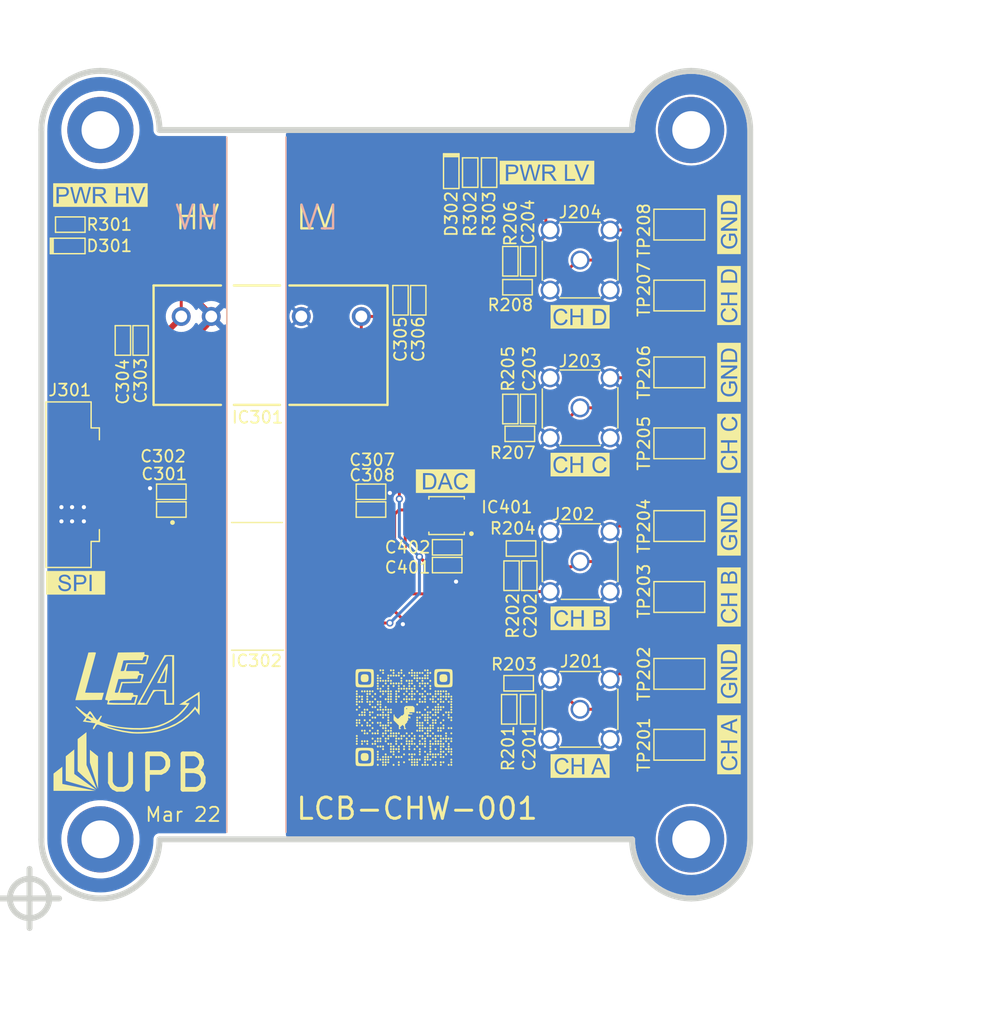
<source format=kicad_pcb>
(kicad_pcb (version 20211014) (generator pcbnew)
  (layers (0 "F.Cu" signal) (31 "B.Cu" signal) (34 "B.Paste" user) (35 "F.Paste" user) (36 "B.SilkS" user "B.Silkscreen") (37 "F.SilkS" user "F.Silkscreen") (38 "B.Mask" user) (39 "F.Mask" user) (44 "Edge.Cuts" user))
  (net 0 "")
  (net 1 "GND_LV")
  (net 2 "GND_HV")
  (net 3 "+3.3V_HV")
  (net 4 "+5V_LV")
  (net 5 "Net-(D301-PadC)")
  (net 6 "Net-(D302-PadC)")
  (net 7 "SPI_CS")
  (net 8 "SPI_CS_scope")
  (net 9 "SPI_MOSI")
  (net 10 "SPI_MOSI_scope")
  (net 11 "SPI_CLK")
  (net 12 "SPI_CLK_scope")
  (net 13 "CH_D")
  (net 14 "CH_C")
  (net 15 "CH_B")
  (net 16 "CH_A")
  (net 17 "Net-(R302-Pad2)")
  (net 18 "/Output_Ports/A_Out")
  (net 19 "/Output_Ports/B_Out")
  (net 20 "/Output_Ports/C_Out")
  (net 21 "/Output_Ports/D_Out")
  (footprint "LEA_FootprintLibrary:C_0603" (layer "F.Cu") (at 108.4 62.8 -90)
    (fp_text reference "C303" (at 3.4 0 90) (layer "F.SilkS"))
    (fp_text value "2.2u/25V" hide)
    (pad "1" smd roundrect (at -0.75 0 270) (size 0.6 0.9) (layers "F.Cu" "F.Paste" "F.Mask") (net 3 "+3.3V_HV"))
    (pad "2" smd roundrect (at 0.75 0 270) (size 0.6 0.9) (layers "F.Cu" "F.Paste" "F.Mask") (net 2 "GND_HV"))
  )
  (footprint "LEA_FootprintLibrary:C_0603" (layer "F.Cu") (at 106.9 62.8 -90)
    (fp_text reference "C304" (at 3.5 0 90) (layer "F.SilkS"))
    (fp_text value "100n/50V" hide)
    (pad "1" smd roundrect (at -0.75 0 270) (size 0.6 0.9) (layers "F.Cu" "F.Paste" "F.Mask") (net 3 "+3.3V_HV"))
    (pad "2" smd roundrect (at 0.75 0 270) (size 0.6 0.9) (layers "F.Cu" "F.Paste" "F.Mask") (net 2 "GND_HV"))
  )
  (footprint "LEA_FootprintLibrary:C_0603" (layer "F.Cu") (at 130.4 59.4 90)
    (fp_text reference "C305" (at -3.3 0 90) (layer "F.SilkS"))
    (fp_text value "100n/50V" hide)
    (pad "1" smd roundrect (at -0.75 0 90) (size 0.6 0.9) (layers "F.Cu" "F.Paste" "F.Mask") (net 4 "+5V_LV"))
    (pad "2" smd roundrect (at 0.75 0 90) (size 0.6 0.9) (layers "F.Cu" "F.Paste" "F.Mask") (net 1 "GND_LV"))
  )
  (footprint "LEA_FootprintLibrary:C_0603" (layer "F.Cu") (at 131.9 59.4 90)
    (fp_text reference "C306" (at -3.3 0 90) (layer "F.SilkS"))
    (fp_text value "2.2u/25V" hide)
    (pad "1" smd roundrect (at -0.75 0 90) (size 0.6 0.9) (layers "F.Cu" "F.Paste" "F.Mask") (net 4 "+5V_LV"))
    (pad "2" smd roundrect (at 0.75 0 90) (size 0.6 0.9) (layers "F.Cu" "F.Paste" "F.Mask") (net 1 "GND_LV"))
  )
  (footprint "LEA_FootprintLibrary:R_0603" (layer "F.Cu") (at 102.45 53)
    (fp_text reference "R301" (at 3.3 0) (layer "F.SilkS"))
    (fp_text value "700R" hide)
    (pad "1" smd roundrect (at -0.75 0) (size 0.6 0.9) (layers "F.Cu" "F.Paste" "F.Mask") (net 5 "Net-(D301-PadC)"))
    (pad "2" smd roundrect (at 0.75 0) (size 0.6 0.9) (layers "F.Cu" "F.Paste" "F.Mask") (net 2 "GND_HV"))
  )
  (footprint "LEA_FootprintLibrary:C_0603" (layer "F.Cu") (at 111 77.1 180)
    (fp_text reference "C301" (at 0.6 3) (layer "F.SilkS"))
    (fp_text value "2.2u/25V" hide)
    (pad "1" smd roundrect (at -0.75 0 180) (size 0.6 0.9) (layers "F.Cu" "F.Paste" "F.Mask") (net 3 "+3.3V_HV"))
    (pad "2" smd roundrect (at 0.75 0 180) (size 0.6 0.9) (layers "F.Cu" "F.Paste" "F.Mask") (net 2 "GND_HV"))
  )
  (footprint "LEA_FootprintLibrary:C_0603" (layer "F.Cu") (at 127.9 75.6)
    (fp_text reference "C307" (at 0.1 -2.7) (layer "F.SilkS"))
    (fp_text value "100n/50V" hide)
    (pad "1" smd roundrect (at -0.75 0) (size 0.6 0.9) (layers "F.Cu" "F.Paste" "F.Mask") (net 4 "+5V_LV"))
    (pad "2" smd roundrect (at 0.75 0) (size 0.6 0.9) (layers "F.Cu" "F.Paste" "F.Mask") (net 1 "GND_LV"))
  )
  (footprint "LEA_FootprintLibrary:C_0603" (layer "F.Cu") (at 127.9 77.1)
    (fp_text reference "C308" (at 0.1 -2.9) (layer "F.SilkS"))
    (fp_text value "2.2u/25V" hide)
    (pad "1" smd roundrect (at -0.75 0) (size 0.6 0.9) (layers "F.Cu" "F.Paste" "F.Mask") (net 4 "+5V_LV"))
    (pad "2" smd roundrect (at 0.75 0) (size 0.6 0.9) (layers "F.Cu" "F.Paste" "F.Mask") (net 1 "GND_LV"))
  )
  (footprint "LEA_FootprintLibrary:C_0603" (layer "F.Cu") (at 134.35 81.8)
    (fp_text reference "C401" (at -3.35 0.2) (layer "F.SilkS"))
    (fp_text value "10µ/16V" hide)
    (pad "1" smd roundrect (at -0.75 0) (size 0.6 0.9) (layers "F.Cu" "F.Paste" "F.Mask") (net 4 "+5V_LV"))
    (pad "2" smd roundrect (at 0.75 0) (size 0.6 0.9) (layers "F.Cu" "F.Paste" "F.Mask") (net 1 "GND_LV"))
  )
  (footprint "LEA_FootprintLibrary:C_0603" (layer "F.Cu") (at 134.35 80.3)
    (fp_text reference "C402" (at -3.35 0) (layer "F.SilkS"))
    (fp_text value "100n/50V" hide)
    (pad "1" smd roundrect (at -0.75 0) (size 0.6 0.9) (layers "F.Cu" "F.Paste" "F.Mask") (net 4 "+5V_LV"))
    (pad "2" smd roundrect (at 0.75 0) (size 0.6 0.9) (layers "F.Cu" "F.Paste" "F.Mask") (net 1 "GND_LV"))
  )
  (footprint "LEA_FootprintLibrary:C_0603" (layer "F.Cu") (at 141.2 94 -90)
    (fp_text reference "C201" (at 3.3 -0.1 -90) (layer "F.SilkS"))
    (fp_text value "1n/50V" hide)
    (pad "1" smd roundrect (at -0.75 0 270) (size 0.6 0.9) (layers "F.Cu" "F.Paste" "F.Mask") (net 18 "/Output_Ports/A_Out"))
    (pad "2" smd roundrect (at 0.75 0 270) (size 0.6 0.9) (layers "F.Cu" "F.Paste" "F.Mask") (net 1 "GND_LV"))
  )
  (footprint "LEA_FootprintLibrary:C_0603" (layer "F.Cu") (at 141.3 82.7 -90)
    (fp_text reference "C202" (at 3.4 -0.1 -90) (layer "F.SilkS"))
    (fp_text value "1n/50V" hide)
    (pad "1" smd roundrect (at -0.75 0 270) (size 0.6 0.9) (layers "F.Cu" "F.Paste" "F.Mask") (net 19 "/Output_Ports/B_Out"))
    (pad "2" smd roundrect (at 0.75 0 270) (size 0.6 0.9) (layers "F.Cu" "F.Paste" "F.Mask") (net 1 "GND_LV"))
  )
  (footprint "LEA_FootprintLibrary:C_0603" (layer "F.Cu") (at 141.2 68.6 90)
    (fp_text reference "C203" (at 3.4 0.1 90) (layer "F.SilkS"))
    (fp_text value "1n/50V" hide)
    (pad "1" smd roundrect (at -0.75 0 90) (size 0.6 0.9) (layers "F.Cu" "F.Paste" "F.Mask") (net 20 "/Output_Ports/C_Out"))
    (pad "2" smd roundrect (at 0.75 0 90) (size 0.6 0.9) (layers "F.Cu" "F.Paste" "F.Mask") (net 1 "GND_LV"))
  )
  (footprint "LEA_FootprintLibrary:C_0603" (layer "F.Cu") (at 141.2 56.1 90)
    (fp_text reference "C204" (at 3.3 0 90) (layer "F.SilkS"))
    (fp_text value "1n/50V" hide)
    (pad "1" smd roundrect (at -0.75 0 90) (size 0.6 0.9) (layers "F.Cu" "F.Paste" "F.Mask") (net 21 "/Output_Ports/D_Out"))
    (pad "2" smd roundrect (at 0.75 0 90) (size 0.6 0.9) (layers "F.Cu" "F.Paste" "F.Mask") (net 1 "GND_LV"))
  )
  (footprint "LEA_FootprintLibrary:R_0603" (layer "F.Cu") (at 139.6 94 90)
    (fp_text reference "R201" (at -3.3 -0.1 90) (layer "F.SilkS"))
    (fp_text value "10K" hide)
    (pad "1" smd roundrect (at -0.75 0 90) (size 0.6 0.9) (layers "F.Cu" "F.Paste" "F.Mask") (net 1 "GND_LV"))
    (pad "2" smd roundrect (at 0.75 0 90) (size 0.6 0.9) (layers "F.Cu" "F.Paste" "F.Mask") (net 16 "CH_A"))
  )
  (footprint "LEA_FootprintLibrary:R_0603" (layer "F.Cu") (at 139.8 82.7 90)
    (fp_text reference "R202" (at -3.4 0.1 90) (layer "F.SilkS"))
    (fp_text value "10K" hide)
    (pad "1" smd roundrect (at -0.75 0 90) (size 0.6 0.9) (layers "F.Cu" "F.Paste" "F.Mask") (net 1 "GND_LV"))
    (pad "2" smd roundrect (at 0.75 0 90) (size 0.6 0.9) (layers "F.Cu" "F.Paste" "F.Mask") (net 15 "CH_B"))
  )
  (footprint "LEA_FootprintLibrary:R_0603" (layer "F.Cu") (at 140.4 91.8 180)
    (fp_text reference "R203" (at 0.4 1.6 180) (layer "F.SilkS"))
    (fp_text value "100R" hide)
    (pad "1" smd roundrect (at -0.75 0 180) (size 0.6 0.9) (layers "F.Cu" "F.Paste" "F.Mask") (net 18 "/Output_Ports/A_Out"))
    (pad "2" smd roundrect (at 0.75 0 180) (size 0.6 0.9) (layers "F.Cu" "F.Paste" "F.Mask") (net 16 "CH_A"))
  )
  (footprint "LEA_FootprintLibrary:R_0603" (layer "F.Cu") (at 140.6 80.4 180)
    (fp_text reference "R204" (at 0.7 1.7 180) (layer "F.SilkS"))
    (fp_text value "100R" hide)
    (pad "1" smd roundrect (at -0.75 0 180) (size 0.6 0.9) (layers "F.Cu" "F.Paste" "F.Mask") (net 19 "/Output_Ports/B_Out"))
    (pad "2" smd roundrect (at 0.75 0 180) (size 0.6 0.9) (layers "F.Cu" "F.Paste" "F.Mask") (net 15 "CH_B"))
  )
  (footprint "LEA_FootprintLibrary:R_0603" (layer "F.Cu") (at 139.7 68.6 -90)
    (fp_text reference "R205" (at -3.4 0.2 -90) (layer "F.SilkS"))
    (fp_text value "10K" hide)
    (pad "1" smd roundrect (at -0.75 0 270) (size 0.6 0.9) (layers "F.Cu" "F.Paste" "F.Mask") (net 1 "GND_LV"))
    (pad "2" smd roundrect (at 0.75 0 270) (size 0.6 0.9) (layers "F.Cu" "F.Paste" "F.Mask") (net 14 "CH_C"))
  )
  (footprint "LEA_FootprintLibrary:R_0603" (layer "F.Cu") (at 139.7 56.1 -90)
    (fp_text reference "R206" (at -3.2 0 -90) (layer "F.SilkS"))
    (fp_text value "10K" hide)
    (pad "1" smd roundrect (at -0.75 0 270) (size 0.6 0.9) (layers "F.Cu" "F.Paste" "F.Mask") (net 1 "GND_LV"))
    (pad "2" smd roundrect (at 0.75 0 270) (size 0.6 0.9) (layers "F.Cu" "F.Paste" "F.Mask") (net 13 "CH_D"))
  )
  (footprint "LEA_FootprintLibrary:R_0603" (layer "F.Cu") (at 140.5 70.7 180)
    (fp_text reference "R207" (at 0.6 -1.6 180) (layer "F.SilkS"))
    (fp_text value "100R" hide)
    (pad "1" smd roundrect (at -0.75 0 180) (size 0.6 0.9) (layers "F.Cu" "F.Paste" "F.Mask") (net 20 "/Output_Ports/C_Out"))
    (pad "2" smd roundrect (at 0.75 0 180) (size 0.6 0.9) (layers "F.Cu" "F.Paste" "F.Mask") (net 14 "CH_C"))
  )
  (footprint "LEA_FootprintLibrary:R_0603" (layer "F.Cu") (at 140.3 58.3 180)
    (fp_text reference "R208" (at 0.6 -1.5 180) (layer "F.SilkS"))
    (fp_text value "100R" hide)
    (pad "1" smd roundrect (at -0.75 0 180) (size 0.6 0.9) (layers "F.Cu" "F.Paste" "F.Mask") (net 21 "/Output_Ports/D_Out"))
    (pad "2" smd roundrect (at 0.75 0 180) (size 0.6 0.9) (layers "F.Cu" "F.Paste" "F.Mask") (net 13 "CH_D"))
  )
  (footprint "LEA_FootprintLibrary:R_0603" (layer "F.Cu") (at 136.3 48.6 -90)
    (fp_text reference "R302" (at 3.5 0 90) (layer "F.SilkS"))
    (fp_text value "700R" hide)
    (pad "1" smd roundrect (at -0.75 0 270) (size 0.6 0.9) (layers "F.Cu" "F.Paste" "F.Mask") (net 6 "Net-(D302-PadC)"))
    (pad "2" smd roundrect (at 0.75 0 270) (size 0.6 0.9) (layers "F.Cu" "F.Paste" "F.Mask") (net 17 "Net-(R302-Pad2)"))
  )
  (footprint "LEA_FootprintLibrary:R_0603" (layer "F.Cu") (at 137.9 48.6 90)
    (fp_text reference "R303" (at -3.5 0 90) (layer "F.SilkS"))
    (fp_text value "700R" hide)
    (pad "1" smd roundrect (at -0.75 0 90) (size 0.6 0.9) (layers "F.Cu" "F.Paste" "F.Mask") (net 17 "Net-(R302-Pad2)"))
    (pad "2" smd roundrect (at 0.75 0 90) (size 0.6 0.9) (layers "F.Cu" "F.Paste" "F.Mask") (net 1 "GND_LV"))
  )
  (footprint "LEA_FootprintLibrary:C_0603" (layer "F.Cu") (at 111 75.6 180)
    (fp_text reference "C302" (at 0.7 3) (layer "F.SilkS"))
    (fp_text value "100n/50V" hide)
    (pad "1" smd roundrect (at -0.75 0 180) (size 0.6 0.9) (layers "F.Cu" "F.Paste" "F.Mask") (net 3 "+3.3V_HV"))
    (pad "2" smd roundrect (at 0.75 0 180) (size 0.6 0.9) (layers "F.Cu" "F.Paste" "F.Mask") (net 2 "GND_HV"))
  )
  (footprint "LEA_FootprintLibrary:MountingHole_M3" (layer "F.Cu") (at 105 105)
    (fp_text reference "H203" hide)
    (fp_text value "M3" hide)
    (pad "" thru_hole circle locked (at 0 0) (size 5.6 5.6) (drill 3.2) (layers *.Cu *.Mask))
  )
  (footprint "LEA_FootprintLibrary:MountingHole_M3" (layer "F.Cu") (at 155 105)
    (fp_text reference "H204" hide)
    (fp_text value "M3" hide)
    (pad "" thru_hole circle locked (at 0 0) (size 5.6 5.6) (drill 3.2) (layers *.Cu *.Mask))
  )
  (footprint "LEA_FootprintLibrary:MountingHole_M3" (layer "F.Cu") (at 105 45)
    (fp_text reference "H201" hide)
    (fp_text value "M3" hide)
    (pad "" thru_hole circle locked (at 0 0) (size 5.6 5.6) (drill 3.2) (layers *.Cu *.Mask))
  )
  (footprint "LEA_FootprintLibrary:MountingHole_M3" (layer "F.Cu") (at 155 45)
    (fp_text reference "H202" hide)
    (fp_text value "M3" hide)
    (pad "" thru_hole circle locked (at 0 0) (size 5.6 5.6) (drill 3.2) (layers *.Cu *.Mask))
  )
  (footprint "LEA_FootprintLibrary:SIP-7_Murata_MEJ1S0305SC" (layer "F.Cu") (at 122 65.85)
    (fp_text reference "IC301" (at -3.7 3.45) (layer "F.SilkS"))
    (fp_text value "MEJ1S0305SC" hide)
    (pad "1" thru_hole circle locked (at -10.16 -5.08) (size 1.6 1.6) (drill 1) (layers *.Cu *.Mask) (net 3 "+3.3V_HV"))
    (pad "2" thru_hole circle locked (at -7.62 -5.08) (size 1.6 1.6) (drill 1) (layers *.Cu *.Mask) (net 2 "GND_HV"))
    (pad "5" thru_hole circle locked (at 0 -5.08) (size 1.6 1.6) (drill 1) (layers *.Cu *.Mask) (net 1 "GND_LV"))
    (pad "7" thru_hole circle locked (at 5.08 -5.08) (size 1.6 1.6) (drill 1) (layers *.Cu *.Mask) (net 4 "+5V_LV"))
  )
  (footprint "LEA_FootprintLibrary:SOIC-16_TI_DWW0016A_Optimized" (layer "F.Cu") (at 119.5 83.6 -90)
    (fp_text reference "IC302" (at 6.3 1.3) (layer "F.SilkS"))
    (fp_text value "ISO7741FQDWWQ1" hide)
    (pad "1" smd rect locked (at -4.445 8.1875 270) (size 0.6 1.875) (layers "F.Cu" "F.Paste" "F.Mask") (net 3 "+3.3V_HV"))
    (pad "2" smd rect locked (at -3.175 8.1875 270) (size 0.6 1.875) (layers "F.Cu" "F.Paste" "F.Mask") (net 2 "GND_HV"))
    (pad "3" smd rect locked (at -1.905 8.1875 270) (size 0.6 1.875) (layers "F.Cu" "F.Paste" "F.Mask") (net 11 "SPI_CLK"))
    (pad "4" smd rect locked (at -0.635 8.1875 270) (size 0.6 1.875) (layers "F.Cu" "F.Paste" "F.Mask") (net 9 "SPI_MOSI"))
    (pad "5" smd rect locked (at 0.635 8.1875 270) (size 0.6 1.875) (layers "F.Cu" "F.Paste" "F.Mask") (net 7 "SPI_CS"))
    (pad "6" smd rect locked (at 1.905 8.1875 270) (size 0.6 1.875) (layers "F.Cu" "F.Paste" "F.Mask"))
    (pad "7" smd rect locked (at 3.175 8.1875 270) (size 0.6 1.875) (layers "F.Cu" "F.Paste" "F.Mask") (net 2 "GND_HV"))
    (pad "8" smd rect locked (at 4.445 8.1875 270) (size 0.6 1.875) (layers "F.Cu" "F.Paste" "F.Mask") (net 2 "GND_HV"))
    (pad "9" smd rect locked (at 4.445 -8.1875 270) (size 0.6 1.875) (layers "F.Cu" "F.Paste" "F.Mask") (net 1 "GND_LV"))
    (pad "10" smd rect locked (at 3.175 -8.1875 270) (size 0.6 1.875) (layers "F.Cu" "F.Paste" "F.Mask") (net 4 "+5V_LV"))
    (pad "11" smd rect locked (at 1.905 -8.1875 270) (size 0.6 1.875) (layers "F.Cu" "F.Paste" "F.Mask") (net 1 "GND_LV"))
    (pad "12" smd rect locked (at 0.635 -8.1875 270) (size 0.6 1.875) (layers "F.Cu" "F.Paste" "F.Mask") (net 8 "SPI_CS_scope"))
    (pad "13" smd rect locked (at -0.635 -8.1875 270) (size 0.6 1.875) (layers "F.Cu" "F.Paste" "F.Mask") (net 10 "SPI_MOSI_scope"))
    (pad "14" smd rect locked (at -1.905 -8.1875 270) (size 0.6 1.875) (layers "F.Cu" "F.Paste" "F.Mask") (net 12 "SPI_CLK_scope"))
    (pad "15" smd rect locked (at -3.175 -8.1875 270) (size 0.6 1.875) (layers "F.Cu" "F.Paste" "F.Mask") (net 1 "GND_LV"))
    (pad "16" smd rect locked (at -4.445 -8.1875 270) (size 0.6 1.875) (layers "F.Cu" "F.Paste" "F.Mask") (net 4 "+5V_LV"))
  )
  (footprint "LEA_FootprintLibrary:MSOP-10_AnalogDevices_RM10" (layer "F.Cu") (at 134.3 77.615 90)
    (fp_text reference "IC401" (at 0.715 5.1) (layer "F.SilkS"))
    (fp_text value "AD5664BRMZ" hide)
    (pad "1" smd rect locked (at -1 2.075 90) (size 0.305 1.2) (layers "F.Cu" "F.Paste" "F.Mask") (net 16 "CH_A"))
    (pad "2" smd rect locked (at -0.5 2.075 90) (size 0.305 1.2) (layers "F.Cu" "F.Paste" "F.Mask") (net 15 "CH_B"))
    (pad "3" smd rect locked (at 0 2.075 90) (size 0.305 1.2) (layers "F.Cu" "F.Paste" "F.Mask") (net 1 "GND_LV"))
    (pad "4" smd rect locked (at 0.5 2.075 90) (size 0.305 1.2) (layers "F.Cu" "F.Paste" "F.Mask") (net 14 "CH_C"))
    (pad "5" smd rect locked (at 1 2.075 90) (size 0.305 1.2) (layers "F.Cu" "F.Paste" "F.Mask") (net 13 "CH_D"))
    (pad "6" smd rect locked (at 1 -2.075 90) (size 0.305 1.2) (layers "F.Cu" "F.Paste" "F.Mask") (net 8 "SPI_CS_scope"))
    (pad "7" smd rect locked (at 0.5 -2.075 90) (size 0.305 1.2) (layers "F.Cu" "F.Paste" "F.Mask") (net 12 "SPI_CLK_scope"))
    (pad "8" smd rect locked (at 0 -2.075 90) (size 0.305 1.2) (layers "F.Cu" "F.Paste" "F.Mask") (net 10 "SPI_MOSI_scope"))
    (pad "9" smd rect locked (at -0.5 -2.075 90) (size 0.305 1.2) (layers "F.Cu" "F.Paste" "F.Mask") (net 4 "+5V_LV"))
    (pad "10" smd rect locked (at -1 -2.075 90) (size 0.305 1.2) (layers "F.Cu" "F.Paste" "F.Mask") (net 4 "+5V_LV"))
  )
  (footprint "LEA_FootprintLibrary:SMB_Molex731000207" (layer "F.Cu") (at 145.6 94)
    (fp_text reference "J201" (at 0.1 -4.05) (layer "F.SilkS"))
    (fp_text value "Molex_731000207" hide)
    (pad "1" thru_hole circle locked (at 0 0 90) (size 1.6 1.6) (drill 1.2) (layers *.Cu *.Mask) (net 18 "/Output_Ports/A_Out"))
    (pad "2" thru_hole circle locked (at -2.54 2.54 90) (size 1.6 1.6) (drill 1.2) (layers *.Cu *.Mask) (net 1 "GND_LV"))
    (pad "2" thru_hole circle locked (at 2.54 2.54 90) (size 1.6 1.6) (drill 1.2) (layers *.Cu *.Mask) (net 1 "GND_LV"))
    (pad "2" thru_hole circle locked (at 2.54 -2.54 90) (size 1.6 1.6) (drill 1.2) (layers *.Cu *.Mask) (net 1 "GND_LV"))
    (pad "2" thru_hole circle locked (at -2.54 -2.54 90) (size 1.6 1.6) (drill 1.2) (layers *.Cu *.Mask) (net 1 "GND_LV"))
  )
  (footprint "LEA_FootprintLibrary:SMB_Molex731000207" (layer "F.Cu") (at 145.6 81.5 90)
    (fp_text reference "J202" (at 4 -0.6 180) (layer "F.SilkS"))
    (fp_text value "Molex_731000207" hide)
    (pad "1" thru_hole circle locked (at 0 0 180) (size 1.6 1.6) (drill 1.2) (layers *.Cu *.Mask) (net 19 "/Output_Ports/B_Out"))
    (pad "2" thru_hole circle locked (at 2.54 2.54 180) (size 1.6 1.6) (drill 1.2) (layers *.Cu *.Mask) (net 1 "GND_LV"))
    (pad "2" thru_hole circle locked (at -2.54 -2.54 180) (size 1.6 1.6) (drill 1.2) (layers *.Cu *.Mask) (net 1 "GND_LV"))
    (pad "2" thru_hole circle locked (at 2.54 -2.54 180) (size 1.6 1.6) (drill 1.2) (layers *.Cu *.Mask) (net 1 "GND_LV"))
    (pad "2" thru_hole circle locked (at -2.54 2.54 180) (size 1.6 1.6) (drill 1.2) (layers *.Cu *.Mask) (net 1 "GND_LV"))
  )
  (footprint "LEA_FootprintLibrary:SMB_Molex731000207" (layer "F.Cu") (at 145.6 68.5)
    (fp_text reference "J203" (at 0 -3.95) (layer "F.SilkS"))
    (fp_text value "Molex_731000207" hide)
    (pad "1" thru_hole circle locked (at 0 0 90) (size 1.6 1.6) (drill 1.2) (layers *.Cu *.Mask) (net 20 "/Output_Ports/C_Out"))
    (pad "2" thru_hole circle locked (at 2.54 -2.54 90) (size 1.6 1.6) (drill 1.2) (layers *.Cu *.Mask) (net 1 "GND_LV"))
    (pad "2" thru_hole circle locked (at 2.54 2.54 90) (size 1.6 1.6) (drill 1.2) (layers *.Cu *.Mask) (net 1 "GND_LV"))
    (pad "2" thru_hole circle locked (at -2.54 -2.54 90) (size 1.6 1.6) (drill 1.2) (layers *.Cu *.Mask) (net 1 "GND_LV"))
    (pad "2" thru_hole circle locked (at -2.54 2.54 90) (size 1.6 1.6) (drill 1.2) (layers *.Cu *.Mask) (net 1 "GND_LV"))
  )
  (footprint "LEA_FootprintLibrary:SMB_Molex731000207" (layer "F.Cu") (at 145.6 56)
    (fp_text reference "J204" (at 0 -4.05) (layer "F.SilkS"))
    (fp_text value "Molex_731000207" hide)
    (pad "1" thru_hole circle locked (at 0 0 90) (size 1.6 1.6) (drill 1.2) (layers *.Cu *.Mask) (net 21 "/Output_Ports/D_Out"))
    (pad "2" thru_hole circle locked (at -2.54 2.54 90) (size 1.6 1.6) (drill 1.2) (layers *.Cu *.Mask) (net 1 "GND_LV"))
    (pad "2" thru_hole circle locked (at 2.54 2.54 90) (size 1.6 1.6) (drill 1.2) (layers *.Cu *.Mask) (net 1 "GND_LV"))
    (pad "2" thru_hole circle locked (at -2.54 -2.54 90) (size 1.6 1.6) (drill 1.2) (layers *.Cu *.Mask) (net 1 "GND_LV"))
    (pad "2" thru_hole circle locked (at 2.54 -2.54 90) (size 1.6 1.6) (drill 1.2) (layers *.Cu *.Mask) (net 1 "GND_LV"))
  )
  (footprint "LEA_FootprintLibrary:6-PinHeader_Molex_532617006" (layer "F.Cu") (at 105.3125 75 90)
    (fp_text reference "J301" (at 8 -2.9 180) (layer "F.SilkS"))
    (fp_text value "Molex_532617006" hide)
    (pad "" smd roundrect (at -5.675 -2.9 90) (size 2.1 3) (layers "F.Cu" "F.Paste" "F.Mask"))
    (pad "" smd roundrect (at 5.675 -2.9 90) (size 2.1 3) (layers "F.Cu" "F.Paste" "F.Mask"))
    (pad "1" smd roundrect (at 3.125 0 90) (size 0.8 1.6) (layers "F.Cu" "F.Paste" "F.Mask") (net 3 "+3.3V_HV"))
    (pad "2" smd roundrect (at 1.875 0 90) (size 0.8 1.6) (layers "F.Cu" "F.Paste" "F.Mask") (net 11 "SPI_CLK"))
    (pad "3" smd roundrect (at 0.625 0 90) (size 0.8 1.6) (layers "F.Cu" "F.Paste" "F.Mask") (net 9 "SPI_MOSI"))
    (pad "4" smd roundrect (at -0.625 0 90) (size 0.8 1.6) (layers "F.Cu" "F.Paste" "F.Mask"))
    (pad "5" smd roundrect (at -1.875 0 90) (size 0.8 1.6) (layers "F.Cu" "F.Paste" "F.Mask") (net 7 "SPI_CS"))
    (pad "6" smd roundrect (at -3.125 0 90) (size 0.8 1.6) (layers "F.Cu" "F.Paste" "F.Mask") (net 2 "GND_HV"))
  )
  (footprint "LEA_FootprintLibrary:TestPoint_KeystoneElectronics5019" (layer "F.Cu") (at 154 97)
    (fp_text reference "TP201" (at -3 0 90) (layer "F.SilkS"))
    (fp_text value "Keystone_Electronics_5019" hide)
    (pad "1" smd rect locked (at 0 0) (size 3.8 2.1) (layers "F.Cu" "F.Paste" "F.Mask") (net 18 "/Output_Ports/A_Out"))
  )
  (footprint "LEA_FootprintLibrary:TestPoint_KeystoneElectronics5019" (layer "F.Cu") (at 154 91)
    (fp_text reference "TP202" (at -3 0 90) (layer "F.SilkS"))
    (fp_text value "Keystone_Electronics_5019" hide)
    (pad "1" smd rect locked (at 0 0) (size 3.8 2.1) (layers "F.Cu" "F.Paste" "F.Mask") (net 1 "GND_LV"))
  )
  (footprint "LEA_FootprintLibrary:TestPoint_KeystoneElectronics5019" (layer "F.Cu") (at 154 84.5)
    (fp_text reference "TP203" (at -3 -0.5 90) (layer "F.SilkS"))
    (fp_text value "Keystone_Electronics_5019" hide)
    (pad "1" smd rect locked (at 0 0) (size 3.8 2.1) (layers "F.Cu" "F.Paste" "F.Mask") (net 19 "/Output_Ports/B_Out"))
  )
  (footprint "LEA_FootprintLibrary:TestPoint_KeystoneElectronics5019" (layer "F.Cu") (at 154 78.5)
    (fp_text reference "TP204" (at -3 0 90) (layer "F.SilkS"))
    (fp_text value "Keystone_Electronics_5019" hide)
    (pad "1" smd rect locked (at 0 0) (size 3.8 2.1) (layers "F.Cu" "F.Paste" "F.Mask") (net 1 "GND_LV"))
  )
  (footprint "LEA_FootprintLibrary:TestPoint_KeystoneElectronics5019" (layer "F.Cu") (at 154 71.5)
    (fp_text reference "TP205" (at -3 0 90) (layer "F.SilkS"))
    (fp_text value "Keystone_Electronics_5019" hide)
    (pad "1" smd rect locked (at 0 0) (size 3.8 2.1) (layers "F.Cu" "F.Paste" "F.Mask") (net 20 "/Output_Ports/C_Out"))
  )
  (footprint "LEA_FootprintLibrary:TestPoint_KeystoneElectronics5019" (layer "F.Cu") (at 154 65.5)
    (fp_text reference "TP206" (at -3 0 90) (layer "F.SilkS"))
    (fp_text value "Keystone_Electronics_5019" hide)
    (pad "1" smd rect locked (at 0 0) (size 3.8 2.1) (layers "F.Cu" "F.Paste" "F.Mask") (net 1 "GND_LV"))
  )
  (footprint "LEA_FootprintLibrary:TestPoint_KeystoneElectronics5019" (layer "F.Cu") (at 154 59)
    (fp_text reference "TP207" (at -3 -0.5 90) (layer "F.SilkS"))
    (fp_text value "Keystone_Electronics_5019" hide)
    (pad "1" smd rect locked (at 0 0) (size 3.8 2.1) (layers "F.Cu" "F.Paste" "F.Mask") (net 21 "/Output_Ports/D_Out"))
  )
  (footprint "LEA_FootprintLibrary:TestPoint_KeystoneElectronics5019" (layer "F.Cu") (at 154 53)
    (fp_text reference "TP208" (at -3 0.5 90) (layer "F.SilkS"))
    (fp_text value "Keystone_Electronics_5019" hide)
    (pad "1" smd rect locked (at 0 0) (size 3.8 2.1) (layers "F.Cu" "F.Paste" "F.Mask") (net 1 "GND_LV"))
  )
  (footprint "LEA_FootprintLibrary:LED_0603" (layer "F.Cu") (at 102.35 54.8)
    (fp_text reference "D301" (at 3.4 0) (layer "F.SilkS"))
    (fp_text value "LED_APTD1608LCGCK" hide)
    (pad "A" smd roundrect (at 0.75 0) (size 0.8 0.9) (layers "F.Cu" "F.Paste" "F.Mask") (net 3 "+3.3V_HV"))
    (pad "C" smd roundrect (at -0.75 0) (size 0.8 0.9) (layers "F.Cu" "F.Paste" "F.Mask") (net 5 "Net-(D301-PadC)"))
  )
  (footprint "LEA_FootprintLibrary:LED_0603" (layer "F.Cu") (at 134.7 48.6 -90)
    (fp_text reference "D302" (at 3.5 0 -270) (layer "F.SilkS"))
    (fp_text value "LED_APTD1608LCGCK" hide)
    (pad "A" smd roundrect (at 0.75 0 270) (size 0.8 0.9) (layers "F.Cu" "F.Paste" "F.Mask") (net 4 "+5V_LV"))
    (pad "C" smd roundrect (at -0.75 0 270) (size 0.8 0.9) (layers "F.Cu" "F.Paste" "F.Mask") (net 6 "Net-(D302-PadC)"))
  )
  (footprint "LOGO" (layer "F.Cu") (at 158.2 53 90)
    (fp_text reference "G***" hide)
    (fp_text value "LOGO" hide)
  )
  (footprint "LOGO" (layer "F.Cu") (at 145.6 86.3)
    (fp_text reference "G***" hide)
    (fp_text value "LOGO" hide)
  )
  (footprint "LOGO" (layer "F.Cu") (at 158.2 78.5 90)
    (fp_text reference "G***" hide)
    (fp_text value "LOGO" hide)
  )
  (footprint "LOGO" (layer "F.Cu") (at 158.2 65.5 90)
    (fp_text reference "G***" hide)
    (fp_text value "LOGO" hide)
  )
  (footprint "LOGO" (layer "F.Cu") (at 158.2 91 90)
    (fp_text reference "G***" hide)
    (fp_text value "LOGO" hide)
  )
  (footprint "LOGO" (layer "F.Cu") (at 158.2 84.5 90)
    (fp_text reference "G***" hide)
    (fp_text value "LOGO" hide)
  )
  (footprint "LOGO" (layer "F.Cu") (at 145.6 98.8)
    (fp_text reference "G***" hide)
    (fp_text value "LOGO" hide)
  )
  (footprint "LOGO" (layer "F.Cu") (at 158.2 71.5 90)
    (fp_text reference "G***" hide)
    (fp_text value "LOGO" hide)
  )
  (footprint "LOGO" (layer "F.Cu") (at 145.6 60.8)
    (fp_text reference "G***" hide)
    (fp_text value "LOGO" hide)
  )
  (footprint "LOGO" (layer "F.Cu") (at 158.2 59 90)
    (fp_text reference "G***" hide)
    (fp_text value "LOGO" hide)
  )
  (footprint "LOGO" (layer "F.Cu") (at 145.6 73.3)
    (fp_text reference "G***" hide)
    (fp_text value "LOGO" hide)
  )
  (footprint "LOGO" (layer "F.Cu") (at 105 50.5)
    (fp_text reference "G***" hide)
    (fp_text value "LOGO" hide)
  )
  (footprint "LOGO" (layer "F.Cu") (at 102.9 83.3)
    (fp_text reference "G***" hide)
    (fp_text value "LOGO" hide)
  )
  (footprint "LOGO" (layer "F.Cu") (at 108.1 92.6)
    (fp_text reference "G***" hide)
    (fp_text value "LOGO" hide)
  )
  (footprint "LOGO" (layer "F.Cu") (at 130.7 94.7)
    (fp_text reference "G***" hide)
    (fp_text value "LOGO" hide)
  )
  (footprint "LOGO" (layer "F.Cu") (at 158.2 97 90)
    (fp_text reference "G***" hide)
    (fp_text value "LOGO" hide)
  )
  (footprint "LOGO" (layer "F.Cu") (at 142.8 48.6)
    (fp_text reference "G***" hide)
    (fp_text value "LOGO" hide)
  )
  (footprint "LOGO" (layer "F.Cu") (at 134.2 74.7)
    (fp_text reference "G***" hide)
    (fp_text value "LOGO" hide)
  )
  (footprint "LOGO" (layer "F.Cu") (at 103 98.9)
    (fp_text reference "G***" hide)
    (fp_text value "LOGO" hide)
  )
  (gr_line (start 120.7 104.4) (end 120.7 45.6) (layer "B.SilkS") (width 0.12))
  (gr_line (start 115.7 104.4) (end 115.7 45.6) (layer "B.SilkS") (width 0.12))
  (gr_line (start 115.7 104.4) (end 115.7 45.6) (layer "F.SilkS") (width 0.12))
  (gr_line (start 120.7 104.4) (end 120.7 45.6) (layer "F.SilkS") (width 0.12))
  (gr_line (start 160 45) (end 160 105) (layer "Edge.Cuts") (width 0.5))
  (gr_line (start 110 45) (end 150 45) (layer "Edge.Cuts") (width 0.5))
  (gr_line (start 100 105) (end 100 45) (layer "Edge.Cuts") (width 0.5))
  (gr_arc (start 150 45) (mid 151.464466 41.464466) (end 155 40) (layer "Edge.Cuts") (width 0.5))
  (gr_line (start 110 105) (end 150 105) (layer "Edge.Cuts") (width 0.5))
  (gr_arc (start 105 110) (mid 101.464466 108.535534) (end 100 105) (layer "Edge.Cuts") (width 0.5))
  (gr_arc (start 100 45) (mid 101.464466 41.464466) (end 105 40) (layer "Edge.Cuts") (width 0.5))
  (gr_arc (start 155 40) (mid 158.535534 41.464466) (end 160 45) (layer "Edge.Cuts") (width 0.5))
  (gr_arc (start 110 105) (mid 108.535534 108.535534) (end 105 110) (layer "Edge.Cuts") (width 0.5))
  (gr_arc (start 105 40) (mid 108.535534 41.464466) (end 110 45) (layer "Edge.Cuts") (width 0.5))
  (gr_arc (start 160 105) (mid 158.535534 108.535534) (end 155 110) (layer "Edge.Cuts") (width 0.5))
  (gr_arc (start 155 110) (mid 151.464466 108.535534) (end 150 105) (layer "Edge.Cuts") (width 0.5))
  (gr_text "HV" (at 113.2 52.4) (layer "B.SilkS") (effects (font (size 2 2) (thickness 0.2)) (justify mirror)))
  (gr_text "LV" (at 123.5 52.4) (layer "B.SilkS") (effects (font (size 2 2) (thickness 0.2)) (justify mirror)))
  (gr_text "UPB" (at 109.7 99.4) (layer "F.SilkS") (effects (font (size 3 3) (thickness 0.4))))
  (gr_text "LV" (at 123.2 52.4) (layer "F.SilkS") (effects (font (size 2 2) (thickness 0.2))))
  (gr_text "HV" (at 113.2 52.4) (layer "F.SilkS") (effects (font (size 2 2) (thickness 0.2))))
  (gr_text "Mar 22" (at 112 102.9) (layer "F.SilkS") (effects (font (size 1.2 1.2))))
  (gr_text "LCB-CHW-001" (at 131.8 102.4) (layer "F.SilkS") (effects (font (size 1.8 1.8) (thickness 0.25))))
  (target plus (at 99 110) (size 5) (width 0.5) (layer "Edge.Cuts"))
  (segment (start 131.75 58.65) (end 131.8 58.7) (width 0.25) (layer "F.Cu") (net 1))
  (segment (start 135.473478 77.615) (end 135.2 77.888478) (width 0.25) (layer "F.Cu") (net 1))
  (segment (start 130.6 86.4) (end 130.6 87.3) (width 0.25) (layer "F.Cu") (net 1))
  (segment (start 153.94 65.96) (end 154.3 65.6) (width 0.25) (layer "F.Cu") (net 1))
  (segment (start 148.7 91) (end 148.3 91.4) (width 0.25) (layer "F.Cu") (net 1))
  (segment (start 122 60.77) (end 124.07 58.7) (width 0.25) (layer "F.Cu") (net 1))
  (segment (start 148.14 53.46) (end 152.34 53.46) (width 0.25) (layer "F.Cu") (net 1))
  (segment (start 141.05 94.75) (end 141.1 94.8) (width 0.25) (layer "F.Cu") (net 1))
  (segment (start 129.855 88.045) (end 127.6875 88.045) (width 0.25) (layer "F.Cu") (net 1))
  (segment (start 128.65 75.9) (end 128.65 77.45) (width 0.25) (layer "F.Cu") (net 1))
  (segment (start 148.8 78.5) (end 148.4 78.9) (width 0.25) (layer "F.Cu") (net 1))
  (segment (start 143.06 84.04) (end 142.04 84.04) (width 0.25) (layer "F.Cu") (net 1))
  (segment (start 129.3 75.9) (end 129.5 75.7) (width 0.25) (layer "F.Cu") (net 1))
  (segment (start 128.65 77.4) (end 129.2 77.95) (width 0.25) (layer "F.Cu") (net 1))
  (segment (start 141.2 55.35) (end 141.25 55.35) (width 0.25) (layer "F.Cu") (net 1))
  (segment (start 136.375 77.615) (end 135.473478 77.615) (width 0.25) (layer "F.Cu") (net 1))
  (segment (start 139.7 67.85) (end 141.25 67.85) (width 0.25) (layer "F.Cu") (net 1))
  (segment (start 141.25 94.75) (end 142.8 96.3) (width 0.25) (layer "F.Cu") (net 1))
  (segment (start 139.7 55.35) (end 141.25 55.35) (width 0.25) (layer "F.Cu") (net 1))
  (segment (start 148.14 65.96) (end 153.94 65.96) (width 0.25) (layer "F.Cu") (net 1))
  (segment (start 141.2 67.8) (end 142.9 66.1) (width 0.25) (layer "F.Cu") (net 1))
  (segment (start 139.8 83.45) (end 141.35 83.45) (width 0.25) (layer "F.Cu") (net 1))
  (segment (start 135.1 77.988478) (end 135.1 80.2) (width 0.25) (layer "F.Cu") (net 1))
  (segment (start 141.2 94.75) (end 141.25 94.75) (width 0.25) (layer "F.Cu") (net 1))
  (segment (start 142.04 84.04) (end 141.5 83.5) (width 0.25) (layer "F.Cu") (net 1))
  (segment (start 142.7 51.1) (end 142.7 53) (width 0.25) (layer "F.Cu") (net 1))
  (segment (start 142.7 51.1) (end 139.6 48) (width 0.25) (layer "F.Cu") (net 1))
  (segment (start 152.34 53.46) (end 152.6 53.2) (width 0.25) (layer "F.Cu") (net 1))
  (segment (start 154 78.5) (end 148.8 78.5) (width 0.25) (layer "F.Cu") (net 1))
  (segment (start 135.1 80.3) (end 135.1 81.7) (width 0.25) (layer "F.Cu") (net 1))
  (segment (start 130.4 58.65) (end 131.75 58.65) (width 0.25) (layer "F.Cu") (net 1))
  (segment (start 139.6 48) (end 137.8 48) (width 0.25) (layer "F.Cu") (net 1))
  (segment (start 130.6 87.3) (end 129.855 88.045) (width 0.25) (layer "F.Cu") (net 1))
  (segment (start 127.6875 85.505) (end 129.705 85.505) (width 0.25) (layer "F.Cu") (net 1))
  (segment (start 129.2 77.95) (end 129.2 79.6) (width 0.25) (layer "F.Cu") (net 1))
  (segment (start 129.2 79.6) (end 128.3 80.5) (width 0.25) (layer "F.Cu") (net 1))
  (segment (start 135.2 77.888478) (end 135.1 77.988478) (width 0.25) (layer "F.Cu") (net 1))
  (segment (start 128.65 75.9) (end 129.3 75.9) (width 0.25) (layer "F.Cu") (net 1))
  (segment (start 135.1 81.8) (end 135.1 83.2) (width 0.25) (layer "F.Cu") (net 1))
  (segment (start 154 91) (end 148.7 91) (width 0.25) (layer "F.Cu") (net 1))
  (segment (start 124.07 58.7) (end 130.3 58.7) (width 0.25) (layer "F.Cu") (net 1))
  (segment (start 129.705 85.505) (end 130.6 86.4) (width 0.25) (layer "F.Cu") (net 1))
  (segment (start 139.6 94.75) (end 141.05 94.75) (width 0.25) (layer "F.Cu") (net 1))
  (segment (start 141.25 55.35) (end 142.8 53.8) (width 0.25) (layer "F.Cu") (net 1))
  (via (at 135.1 83.2) (size 0.6) (drill 0.35) (layers "F.Cu" "B.Cu") (net 1))
  (via (at 129.5 75.7) (size 0.6) (drill 0.35) (layers "F.Cu" "B.Cu") (net 1))
  (via (at 130.6 86.8) (size 0.6) (drill 0.35) (layers "F.Cu" "B.Cu") (net 1))
  (segment (start 110.25 76.95) (end 110.2 77) (width 0.25) (layer "F.Cu") (net 2))
  (segment (start 110.25 75.6) (end 110.25 76.95) (width 0.25) (layer "F.Cu") (net 2))
  (segment (start 109.7 86.7) (end 111.1 86.7) (width 0.25) (layer "F.Cu") (net 2))
  (segment (start 105.3125 78.125) (end 105.3125 82.3125) (width 0.25) (layer "F.Cu") (net 2))
  (segment (start 110.050489 79.779511) (end 110.570978 80.3) (width 0.25) (layer "F.Cu") (net 2))
  (segment (start 103.2 53) (end 106.9 53) (width 0.25) (layer "F.Cu") (net 2))
  (segment (start 108.4 63.55) (end 107.05 63.55) (width 0.5) (layer "F.Cu") (net 2))
  (segment (start 111.95 63.55) (end 114 61.5) (width 0.5) (layer "F.Cu") (net 2))
  (segment (start 110.25 75.6) (end 109.5 75.6) (width 0.25) (layer "F.Cu") (net 2))
  (segment (start 106.9 53) (end 114 60.1) (width 0.25) (layer "F.Cu") (net 2))
  (segment (start 108.4 63.55) (end 111.95 63.55) (width 0.5) (layer "F.Cu") (net 2))
  (segment (start 111.3125 88.045) (end 111.3125 86.8125) (width 0.25) (layer "F.Cu") (net 2))
  (segment (start 109.5 75.6) (end 109.2 75.3) (width 0.25) (layer "F.Cu") (net 2))
  (segment (start 107.05 63.55) (end 107 63.6) (width 0.5) (layer "F.Cu") (net 2))
  (segment (start 111.3125 86.8125) (end 111.3 86.8) (width 0.25) (layer "F.Cu") (net 2))
  (segment (start 105.3125 82.3125) (end 109.7 86.7) (width 0.25) (layer "F.Cu") (net 2))
  (segment (start 110.570978 80.3) (end 110.8 80.3) (width 0.25) (layer "F.Cu") (net 2))
  (segment (start 110.25 77.1) (end 110.050489 77.299511) (width 0.25) (layer "F.Cu") (net 2))
  (segment (start 110.050489 77.299511) (end 110.050489 79.779511) (width 0.25) (layer "F.Cu") (net 2))
  (via (at 102.6 76.9) (size 0.6) (drill 0.35) (layers "F.Cu" "B.Cu") (net 2))
  (via (at 103.6 78.1) (size 0.6) (drill 0.35) (layers "F.Cu" "B.Cu") (net 2))
  (via (at 109.2 75.3) (size 0.6) (drill 0.35) (layers "F.Cu" "B.Cu") (net 2))
  (via (at 101.7 78.1) (size 0.6) (drill 0.35) (layers "F.Cu" "B.Cu") (net 2))
  (via (at 102.6 78.1) (size 0.6) (drill 0.35) (layers "F.Cu" "B.Cu") (net 2))
  (via (at 103.6 76.9) (size 0.6) (drill 0.35) (layers "F.Cu" "B.Cu") (net 2))
  (via (at 101.7 76.9) (size 0.6) (drill 0.35) (layers "F.Cu" "B.Cu") (net 2))
  (segment (start 105.3125 71.875) (end 105.3125 67.1875) (width 0.5) (layer "F.Cu") (net 3))
  (segment (start 108.35 62.05) (end 108.4 62) (width 0.5) (layer "F.Cu") (net 3))
  (segment (start 111.7 79) (end 111.6 79.1) (width 0.25) (layer "F.Cu") (net 3))
  (segment (start 110.65 62.05) (end 111.6 61.1) (width 0.5) (layer "F.Cu") (net 3))
  (segment (start 111.75 75.6) (end 111.75 79.05) (width 0.25) (layer "F.Cu") (net 3))
  (segment (start 105.3 63.4) (end 106.6 62.1) (width 0.5) (layer "F.Cu") (net 3))
  (segment (start 108.4 62.05) (end 110.65 62.05) (width 0.5) (layer "F.Cu") (net 3))
  (segment (start 105.3 67.175) (end 105.3 63.4) (width 0.5) (layer "F.Cu") (net 3))
  (segment (start 105.3125 67.1875) (end 105.3 67.175) (width 0.5) (layer "F.Cu") (net 3))
  (segment (start 111.75 75.6) (end 111.75 74.15) (width 0.25) (layer "F.Cu") (net 3))
  (segment (start 109.4 71.8) (end 105.8 71.8) (width 0.25) (layer "F.Cu") (net 3))
  (segment (start 111.75 74.15) (end 109.4 71.8) (width 0.25) (layer "F.Cu") (net 3))
  (segment (start 106.9 62.05) (end 108.35 62.05) (width 0.5) (layer "F.Cu") (net 3))
  (segment (start 111.84 60.77) (end 111.84 59.34) (width 0.25) (layer "F.Cu") (net 3))
  (segment (start 111.75 79.05) (end 111.7 79.1) (width 0.25) (layer "F.Cu") (net 3))
  (segment (start 111.84 59.34) (end 107.4 54.9) (width 0.25) (layer "F.Cu") (net 3))
  (segment (start 107.4 54.9) (end 103.1 54.9) (width 0.25) (layer "F.Cu") (net 3))
  (segment (start 132.225 78.225) (end 132.2 78.2) (width 0.25) (layer "F.Cu") (net 4))
  (segment (start 130.4 60.15) (end 131.65 60.15) (width 0.25) (layer "F.Cu") (net 4))
  (segment (start 127.15 75.9) (end 127.15 77.35) (width 0.25) (layer "F.Cu") (net 4))
  (segment (start 130.3 74.5) (end 130.3 76.2) (width 0.25) (layer "F.Cu") (net 4))
  (segment (start 132 81.1) (end 132.7 81.8) (width 0.25) (layer "F.Cu") (net 4))
  (segment (start 127.08 60.77) (end 129.73 60.77) (width 0.25) (layer "F.Cu") (net 4))
  (segment (start 128.6 74.1) (end 127.4 75.3) (width 0.25) (layer "F.Cu") (net 4))
  (segment (start 131.65 60.15) (end 131.7 60.1) (width 0.25) (layer "F.Cu") (net 4))
  (segment (start 132.225 78.615) (end 132.225 78.225) (width 0.25) (layer "F.Cu") (net 4))
  (segment (start 132.7 81.8) (end 133.5 81.8) (width 0.25) (layer "F.Cu") (net 4))
  (segment (start 127.08 75.68) (end 127.2 75.8) (width 0.25) (layer "F.Cu") (net 4))
  (segment (start 134.7 49.35) (end 134.7 57.8) (width 0.25) (layer "F.Cu") (net 4))
  (segment (start 127.15 75.9) (end 127.15 75.75) (width 0.25) (layer "F.Cu") (net 4))
  (segment (start 128.6 74.1) (end 129.9 74.1) (width 0.25) (layer "F.Cu") (net 4))
  (segment (start 127.15 79.05) (end 127.2 79.1) (width 0.25) (layer "F.Cu") (net 4))
  (segment (start 133.6 80.3) (end 132.2 78.9) (width 0.25) (layer "F.Cu") (net 4))
  (segment (start 129.5 86.7) (end 128.1 86.7) (width 0.25) (layer "F.Cu") (net 4))
  (segment (start 127.15 77.35) (end 127.1 77.4) (width 0.25) (layer "F.Cu") (net 4))
  (segment (start 133.6 80.3) (end 133.6 81.7) (width 0.25) (layer "F.Cu") (net 4))
  (segment (start 127.15 77.4) (end 127.15 79.05) (width 0.25) (layer "F.Cu") (net 4))
  (segment (start 134.7 57.8) (end 132.35 60.15) (width 0.25) (layer "F.Cu") (net 4))
  (segment (start 129.9 74.1) (end 130.3 74.5) (width 0.25) (layer "F.Cu") (net 4))
  (segment (start 127.08 60.77) (end 127.08 75.68) (width 0.25) (layer "F.Cu") (net 4))
  (segment (start 129.73 60.77) (end 130.2 60.3) (width 0.25) (layer "F.Cu") (net 4))
  (segment (start 132.35 60.15) (end 131.9 60.15) (width 0.25) (layer "F.Cu") (net 4))
  (segment (start 132.2 78.9) (end 132.2 78.7) (width 0.25) (layer "F.Cu") (net 4))
  (via (at 129.5 86.7) (size 0.6) (drill 0.35) (layers "F.Cu" "B.Cu") (net 4))
  (via (at 132 81.1) (size 0.6) (drill 0.35) (layers "F.Cu" "B.Cu") (net 4))
  (via (at 130.3 76.2) (size 0.6) (drill 0.35) (layers "F.Cu" "B.Cu") (net 4))
  (segment (start 132 81.1) (end 132 84.2) (width 0.25) (layer "B.Cu") (net 4))
  (segment (start 132 84.2) (end 129.5 86.7) (width 0.25) (layer "B.Cu") (net 4))
  (segment (start 130.3 76.2) (end 130.3 79.4) (width 0.25) (layer "B.Cu") (net 4))
  (segment (start 130.3 79.4) (end 132 81.1) (width 0.25) (layer "B.Cu") (net 4))
  (segment (start 101.6 54.8) (end 101.6 53.1) (width 0.25) (layer "F.Cu") (net 5))
  (segment (start 136.15 47.85) (end 136.2 47.9) (width 0.25) (layer "F.Cu") (net 6))
  (segment (start 134.7 47.85) (end 136.15 47.85) (width 0.25) (layer "F.Cu") (net 6))
  (segment (start 105.775 76.875) (end 106.6 77.7) (width 0.25) (layer "F.Cu") (net 7))
  (segment (start 109.5 84.1) (end 110.7 84.1) (width 0.25) (layer "F.Cu") (net 7))
  (segment (start 105.3125 76.875) (end 105.775 76.875) (width 0.25) (layer "F.Cu") (net 7))
  (segment (start 106.6 77.7) (end 106.6 81.2) (width 0.25) (layer "F.Cu") (net 7))
  (segment (start 106.6 81.2) (end 109.5 84.1) (width 0.25) (layer "F.Cu") (net 7))
  (segment (start 134.22452 77.32452) (end 133.5 76.6) (width 0.25) (layer "F.Cu") (net 8))
  (segment (start 132.865 84.235) (end 134.22452 82.87548) (width 0.25) (layer "F.Cu") (net 8))
  (segment (start 127.6875 84.235) (end 132.865 84.235) (width 0.25) (layer "F.Cu") (net 8))
  (segment (start 134.22452 82.87548) (end 134.22452 77.32452) (width 0.25) (layer "F.Cu") (net 8))
  (segment (start 133.5 76.6) (end 132.4 76.6) (width 0.25) (layer "F.Cu") (net 8))
  (segment (start 107.5 76.270717) (end 107.5 80.7) (width 0.25) (layer "F.Cu") (net 9))
  (segment (start 105.3125 74.375) (end 105.604283 74.375) (width 0.25) (layer "F.Cu") (net 9))
  (segment (start 107.5 80.7) (end 109.765 82.965) (width 0.25) (layer "F.Cu") (net 9))
  (segment (start 109.765 82.965) (end 111.3125 82.965) (width 0.25) (layer "F.Cu") (net 9))
  (segment (start 105.604283 74.375) (end 107.5 76.270717) (width 0.25) (layer "F.Cu") (net 9))
  (segment (start 129.15 82.55) (end 130.8 80.9) (width 0.25) (layer "F.Cu") (net 10))
  (segment (start 131.062011 77.637989) (end 131.9 77.637989) (width 0.25) (layer "F.Cu") (net 10))
  (segment (start 128.9 82.8) (end 128.1 82.8) (width 0.25) (layer "F.Cu") (net 10))
  (segment (start 129.15 82.55) (end 128.9 82.8) (width 0.25) (layer "F.Cu") (net 10))
  (segment (start 130.8 80.9) (end 130.8 77.9) (width 0.25) (layer "F.Cu") (net 10))
  (segment (start 130.8 77.9) (end 131.062011 77.637989) (width 0.25) (layer "F.Cu") (net 10))
  (segment (start 108.5 75.3) (end 108.5 79.6) (width 0.25) (layer "F.Cu") (net 11))
  (segment (start 108.5 79.6) (end 110.7 81.8) (width 0.25) (layer "F.Cu") (net 11))
  (segment (start 105.3125 73.125) (end 106.325 73.125) (width 0.25) (layer "F.Cu") (net 11))
  (segment (start 106.325 73.125) (end 108.5 75.3) (width 0.25) (layer "F.Cu") (net 11))
  (segment (start 128.9 81.5) (end 127.7 81.5) (width 0.25) (layer "F.Cu") (net 12))
  (segment (start 129.9 80.5) (end 129.9 77.5) (width 0.25) (layer "F.Cu") (net 12))
  (segment (start 127.6875 81.695) (end 128.325 81.695) (width 0.25) (layer "F.Cu") (net 12))
  (segment (start 130.262011 77.137989) (end 131.9 77.137989) (width 0.25) (layer "F.Cu") (net 12))
  (segment (start 129.9 77.5) (end 130.262011 77.137989) (width 0.25) (layer "F.Cu") (net 12))
  (segment (start 128.325 81.695) (end 128.33 81.7) (width 0.25) (layer "F.Cu") (net 12))
  (segment (start 128.9 81.5) (end 129.9 80.5) (width 0.25) (layer "F.Cu") (net 12))
  (segment (start 136.375 76.615) (end 136.375 61.525) (width 0.25) (layer "F.Cu") (net 13))
  (segment (start 136.375 61.525) (end 139.6 58.3) (width 0.25) (layer "F.Cu") (net 13))
  (segment (start 139.55 58.3) (end 139.55 56.95) (width 0.25) (layer "F.Cu") (net 13))
  (segment (start 139.55 56.95) (end 139.6 56.9) (width 0.25) (layer "F.Cu") (net 13))
  (segment (start 136.375 77.115) (end 137.385 77.115) (width 0.25) (layer "F.Cu") (net 14))
  (segment (start 139.75 70.7) (end 139.75 69.25) (width 0.25) (layer "F.Cu") (net 14))
  (segment (start 137.385 77.115) (end 139.8 74.7) (width 0.25) (layer "F.Cu") (net 14))
  (segment (start 139.8 74.7) (end 139.8 70.7) (width 0.25) (layer "F.Cu") (net 14))
  (segment (start 139.8 80.5) (end 139.9 80.4) (width 0.25) (layer "F.Cu") (net 15))
  (segment (start 139.8 81.95) (end 139.8 80.5) (width 0.25) (layer "F.Cu") (net 15))
  (segment (start 137.715 78.115) (end 139.8 80.2) (width 0.25) (layer "F.Cu") (net 15))
  (segment (start 136.375 78.115) (end 137.715 78.115) (width 0.25) (layer "F.Cu") (net 15))
  (segment (start 136.375 78.615) (end 136.375 88.275) (width 0.25) (layer "F.Cu") (net 16))
  (segment (start 139.65 91.8) (end 139.65 93.25) (width 0.25) (layer "F.Cu") (net 16))
  (segment (start 136.375 88.275) (end 139.6 91.5) (width 0.25) (layer "F.Cu") (net 16))
  (segment (start 136.3 49.35) (end 138.05 49.35) (width 0.25) (layer "F.Cu") (net 17))
  (segment (start 145.6 94) (end 150.2 94) (width 0.25) (layer "F.Cu") (net 18))
  (segment (start 141.15 93.25) (end 141.2 93.3) (width 0.25) (layer "F.Cu") (net 18))
  (segment (start 150.2 94) (end 153.2 97) (width 0.25) (layer "F.Cu") (net 18))
  (segment (start 144.75 93.25) (end 145.4 93.9) (width 0.25) (layer "F.Cu") (net 18))
  (segment (start 141.15 91.8) (end 141.15 93.25) (width 0.25) (layer "F.Cu") (net 18))
  (segment (start 141.2 93.25) (end 144.75 93.25) (width 0.25) (layer "F.Cu") (net 18))
  (segment (start 141.3 81.95) (end 144.85 81.95) (width 0.25) (layer "F.Cu") (net 19))
  (segment (start 145.6 81.5) (end 150.1 81.5) (width 0.25) (layer "F.Cu") (net 19))
  (segment (start 141.3 80.6) (end 141.4 80.5) (width 0.25) (layer "F.Cu") (net 19))
  (segment (start 150.1 81.5) (end 152.6 84) (width 0.25) (layer "F.Cu") (net 19))
  (segment (start 141.3 81.95) (end 141.3 80.6) (width 0.25) (layer "F.Cu") (net 19))
  (segment (start 144.85 81.95) (end 145.4 81.4) (width 0.25) (layer "F.Cu") (net 19))
  (segment (start 150.1 68.5) (end 153.5 71.9) (width 0.25) (layer "F.Cu") (net 20))
  (segment (start 141.2 69.35) (end 144.65 69.35) (width 0.25) (layer "F.Cu") (net 20))
  (segment (start 141.25 70.7) (end 141.25 69.45) (width 0.25) (layer "F.Cu") (net 20))
  (segment (start 144.65 69.35) (end 145.7 68.3) (width 0.25) (layer "F.Cu") (net 20))
  (segment (start 141.25 69.45) (end 141.3 69.4) (width 0.25) (layer "F.Cu") (net 20))
  (segment (start 145.6 68.5) (end 150.1 68.5) (width 0.25) (layer "F.Cu") (net 20))
  (segment (start 150.2 56) (end 153 58.8) (width 0.25) (layer "F.Cu") (net 21))
  (segment (start 144.55 56.85) (end 145.5 55.9) (width 0.25) (layer "F.Cu") (net 21))
  (segment (start 141.05 57.15) (end 141.3 56.9) (width 0.25) (layer "F.Cu") (net 21))
  (segment (start 141.05 58.3) (end 141.05 57.15) (width 0.25) (layer "F.Cu") (net 21))
  (segment (start 141.2 56.85) (end 144.55 56.85) (width 0.25) (layer "F.Cu") (net 21))
  (segment (start 145.6 56) (end 150.2 56) (width 0.25) (layer "F.Cu") (net 21))
  (zone locked (net 0) (net_name "") (layers F&B.Cu) (connect_pads (clearance 0)) (min_thickness 0.2)
    (keepout (tracks not_allowed) (vias not_allowed) (pads not_allowed) (copperpour not_allowed) (footprints allowed))
    (fill (thermal_gap 0.2) (thermal_bridge_width 0.5))
    (polygon (pts (xy 120.7 110) (xy 115.7 110) (xy 115.7 39) (xy 120.7 39)))
  )
  (zone (net 2) (net_name "GND_HV") (layer "F.Cu") (connect_pads (clearance 0.3)) (min_thickness 0.2) (fill yes (thermal_gap 0.2) (thermal_bridge_width 0.5))
    (polygon (pts (xy 105.3 79.2) (xy 101.3 79.2) (xy 101.3 76.2) (xy 105.3 76.2)))
  )
  (zone (net 1) (net_name "GND_LV") (layer "B.Cu") (connect_pads (clearance 0.2)) (min_thickness 0.2) (fill yes (thermal_gap 0.2) (thermal_bridge_width 0.3))
    (polygon (pts (xy 161 110) (xy 120.7 110) (xy 120.7 39) (xy 161 39)))
  )
  (zone (net 2) (net_name "GND_HV") (layer "B.Cu") (connect_pads (clearance 0.508)) (min_thickness 0.254) (fill yes (thermal_gap 0.508) (thermal_bridge_width 0.508))
    (polygon (pts (xy 115.7 110) (xy 99 110) (xy 99 39) (xy 115.7 39)))
  )
)
</source>
